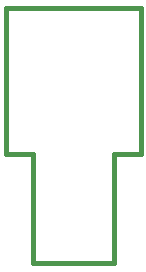
<source format=gko>
%FSLAX33Y33*%
%MOMM*%
%ADD10C,0.381*%
D10*
%LNpath-0*%
G01*
X2286Y0D02*
X9144Y0D01*
X9144Y9271*
X11430Y9271*
X11430Y21590*
X0Y21590*
X0Y9271*
X2286Y9271*
X2286Y0*
X2286Y0*
%LNmechanical details_traces*%
M02*
</source>
